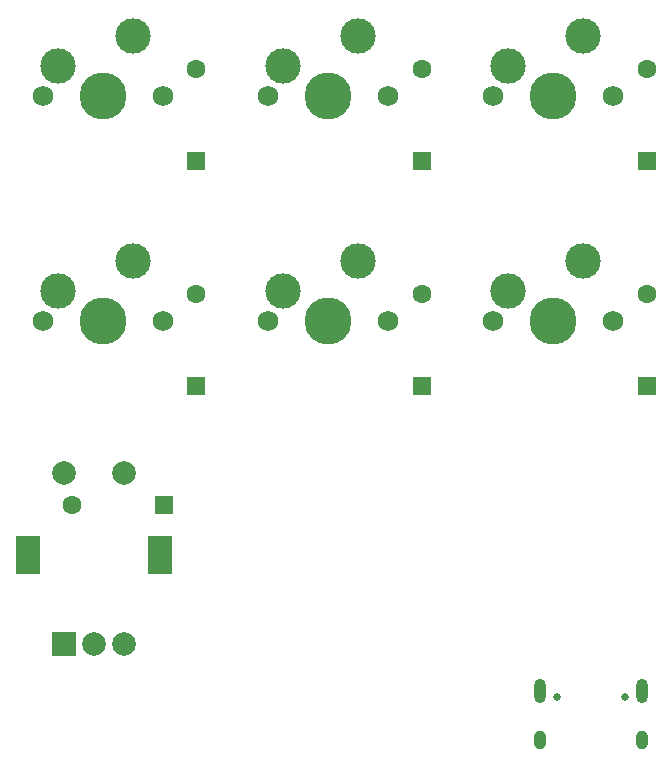
<source format=gbr>
%TF.GenerationSoftware,KiCad,Pcbnew,(5.1.8)-1*%
%TF.CreationDate,2020-11-20T23:41:01-06:00*%
%TF.ProjectId,testpcb,74657374-7063-4622-9e6b-696361645f70,0*%
%TF.SameCoordinates,Original*%
%TF.FileFunction,Soldermask,Top*%
%TF.FilePolarity,Negative*%
%FSLAX46Y46*%
G04 Gerber Fmt 4.6, Leading zero omitted, Abs format (unit mm)*
G04 Created by KiCad (PCBNEW (5.1.8)-1) date 2020-11-20 23:41:01*
%MOMM*%
%LPD*%
G01*
G04 APERTURE LIST*
%ADD10C,1.750000*%
%ADD11C,3.000000*%
%ADD12C,3.987800*%
%ADD13C,0.650000*%
%ADD14O,1.000000X2.100000*%
%ADD15O,1.000000X1.600000*%
%ADD16C,1.600000*%
%ADD17R,1.600000X1.600000*%
%ADD18R,2.000000X2.000000*%
%ADD19C,2.000000*%
%ADD20R,2.000000X3.200000*%
G04 APERTURE END LIST*
D10*
%TO.C,K6*%
X100330000Y-52387500D03*
X90170000Y-52387500D03*
D11*
X91440000Y-49847500D03*
D12*
X95250000Y-52387500D03*
D11*
X97790000Y-47307500D03*
%TD*%
D10*
%TO.C,K5*%
X100330000Y-33337500D03*
X90170000Y-33337500D03*
D11*
X91440000Y-30797500D03*
D12*
X95250000Y-33337500D03*
D11*
X97790000Y-28257500D03*
%TD*%
D10*
%TO.C,K4*%
X81280000Y-52387500D03*
X71120000Y-52387500D03*
D11*
X72390000Y-49847500D03*
D12*
X76200000Y-52387500D03*
D11*
X78740000Y-47307500D03*
%TD*%
D10*
%TO.C,K3*%
X81280000Y-33337500D03*
X71120000Y-33337500D03*
D11*
X72390000Y-30797500D03*
D12*
X76200000Y-33337500D03*
D11*
X78740000Y-28257500D03*
%TD*%
D10*
%TO.C,K2*%
X62230000Y-52387500D03*
X52070000Y-52387500D03*
D11*
X53340000Y-49847500D03*
D12*
X57150000Y-52387500D03*
D11*
X59690000Y-47307500D03*
%TD*%
D10*
%TO.C,K1*%
X62230000Y-33337500D03*
X52070000Y-33337500D03*
D11*
X53340000Y-30797500D03*
D12*
X57150000Y-33337500D03*
D11*
X59690000Y-28257500D03*
%TD*%
D13*
%TO.C,J1*%
X95535000Y-84237500D03*
X101315000Y-84237500D03*
D14*
X102745000Y-83707500D03*
X94105000Y-83707500D03*
D15*
X102745000Y-87887500D03*
X94105000Y-87887500D03*
%TD*%
D16*
%TO.C,D1*%
X65024000Y-31025000D03*
D17*
X65024000Y-38825000D03*
%TD*%
%TO.C,D2*%
X65024000Y-57875000D03*
D16*
X65024000Y-50075000D03*
%TD*%
%TO.C,D3*%
X84137500Y-31025000D03*
D17*
X84137500Y-38825000D03*
%TD*%
%TO.C,D4*%
X84137500Y-57875000D03*
D16*
X84137500Y-50075000D03*
%TD*%
D17*
%TO.C,D5*%
X103187500Y-38825000D03*
D16*
X103187500Y-31025000D03*
%TD*%
D17*
%TO.C,D6*%
X103187500Y-57875000D03*
D16*
X103187500Y-50075000D03*
%TD*%
%TO.C,D7*%
X54520000Y-67945000D03*
D17*
X62320000Y-67945000D03*
%TD*%
D18*
%TO.C,SW2*%
X53856250Y-79731250D03*
D19*
X56356250Y-79731250D03*
X58856250Y-79731250D03*
D20*
X50756250Y-72231250D03*
X61956250Y-72231250D03*
D19*
X53856250Y-65231250D03*
X58856250Y-65231250D03*
%TD*%
M02*

</source>
